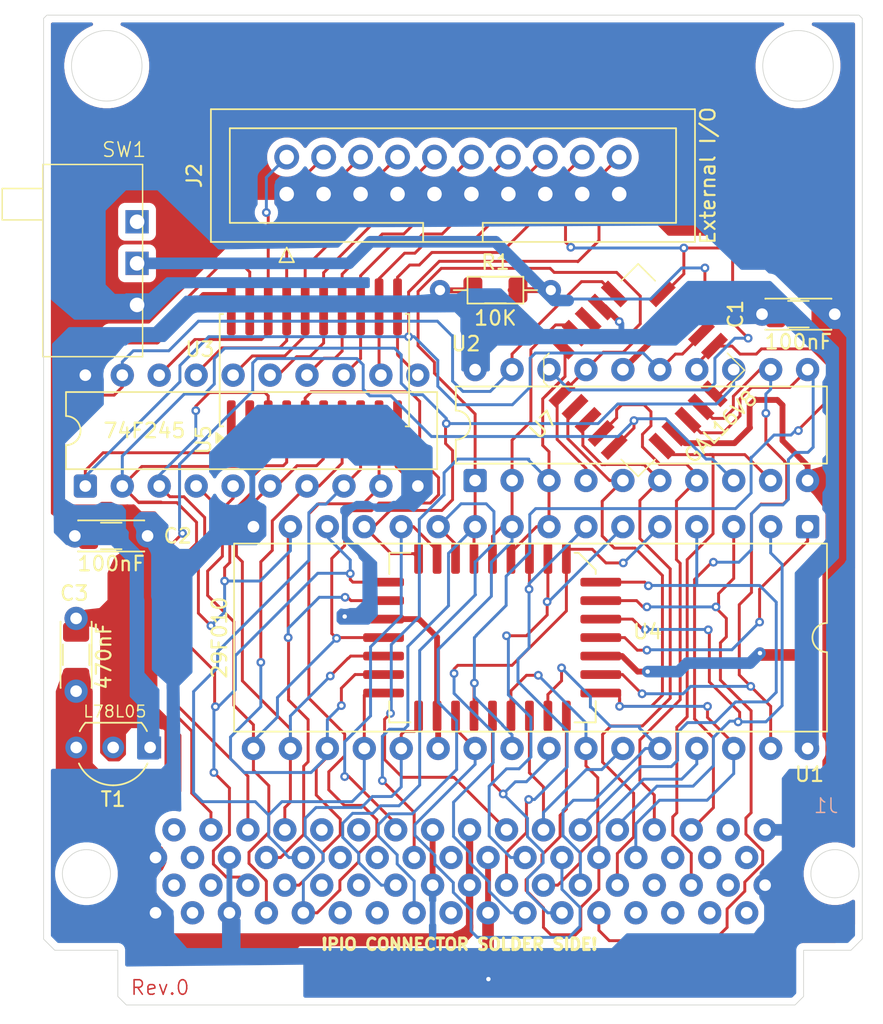
<source format=kicad_pcb>
(kicad_pcb
	(version 20241229)
	(generator "pcbnew")
	(generator_version "9.0")
	(general
		(thickness 1.6)
		(legacy_teardrops no)
	)
	(paper "A4")
	(layers
		(0 "F.Cu" signal)
		(2 "B.Cu" signal)
		(9 "F.Adhes" user "F.Adhesive")
		(11 "B.Adhes" user "B.Adhesive")
		(13 "F.Paste" user)
		(15 "B.Paste" user)
		(5 "F.SilkS" user "F.Silkscreen")
		(7 "B.SilkS" user "B.Silkscreen")
		(1 "F.Mask" user)
		(3 "B.Mask" user)
		(17 "Dwgs.User" user "User.Drawings")
		(19 "Cmts.User" user "User.Comments")
		(21 "Eco1.User" user "User.Eco1")
		(23 "Eco2.User" user "User.Eco2")
		(25 "Edge.Cuts" user)
		(27 "Margin" user)
		(31 "F.CrtYd" user "F.Courtyard")
		(29 "B.CrtYd" user "B.Courtyard")
		(35 "F.Fab" user)
		(33 "B.Fab" user)
		(39 "User.1" user)
		(41 "User.2" user)
		(43 "User.3" user)
		(45 "User.4" user)
	)
	(setup
		(pad_to_mask_clearance 0)
		(allow_soldermask_bridges_in_footprints no)
		(tenting front back)
		(pcbplotparams
			(layerselection 0x00000000_00000000_55555555_5755f5ff)
			(plot_on_all_layers_selection 0x00000000_00000000_00000000_00000000)
			(disableapertmacros no)
			(usegerberextensions no)
			(usegerberattributes yes)
			(usegerberadvancedattributes yes)
			(creategerberjobfile yes)
			(dashed_line_dash_ratio 12.000000)
			(dashed_line_gap_ratio 3.000000)
			(svgprecision 4)
			(plotframeref no)
			(mode 1)
			(useauxorigin no)
			(hpglpennumber 1)
			(hpglpenspeed 20)
			(hpglpendiameter 15.000000)
			(pdf_front_fp_property_popups yes)
			(pdf_back_fp_property_popups yes)
			(pdf_metadata yes)
			(pdf_single_document no)
			(dxfpolygonmode yes)
			(dxfimperialunits yes)
			(dxfusepcbnewfont yes)
			(psnegative no)
			(psa4output no)
			(plot_black_and_white yes)
			(sketchpadsonfab no)
			(plotpadnumbers no)
			(hidednponfab no)
			(sketchdnponfab yes)
			(crossoutdnponfab yes)
			(subtractmaskfromsilk no)
			(outputformat 1)
			(mirror no)
			(drillshape 0)
			(scaleselection 1)
			(outputdirectory "gerbers/")
		)
	)
	(net 0 "")
	(net 1 "unconnected-(J1-DREQ5-Pad3)")
	(net 2 "unconnected-(J1-D11-Pad45)")
	(net 3 "/D7")
	(net 4 "unconnected-(J1-BCLK-Pad33)")
	(net 5 "unconnected-(J1-LRCLK-Pad66)")
	(net 6 "unconnected-(J1-D15-Pad47)")
	(net 7 "unconnected-(J1-D8-Pad10)")
	(net 8 "unconnected-(J1-NC-Pad31)")
	(net 9 "unconnected-(J1-NC-Pad65)")
	(net 10 "unconnected-(J1-~{DACK5}-Pad36)")
	(net 11 "unconnected-(J1-SYSCK-Pad32)")
	(net 12 "unconnected-(J1-D9-Pad44)")
	(net 13 "unconnected-(J1-D14-Pad13)")
	(net 14 "unconnected-(J1-~{IRQ10}-Pad37)")
	(net 15 "unconnected-(J1-+3.5V-Pad51)")
	(net 16 "unconnected-(J1-D12-Pad12)")
	(net 17 "unconnected-(J1-~{RESET}-Pad2)")
	(net 18 "unconnected-(J1-SDIN-Pad67)")
	(net 19 "unconnected-(J1-A21-Pad62)")
	(net 20 "unconnected-(J1-A19-Pad61)")
	(net 21 "unconnected-(J1-A22-Pad29)")
	(net 22 "unconnected-(J1-D13-Pad46)")
	(net 23 "unconnected-(J1-+3.5V-Pad17)")
	(net 24 "/A0")
	(net 25 "unconnected-(J1-~{SWR1}-Pad38)")
	(net 26 "unconnected-(J1-A23-Pad63)")
	(net 27 "unconnected-(J1-D10-Pad11)")
	(net 28 "/XCVR_B0")
	(net 29 "/XCVR_B1")
	(net 30 "/XCVR_B2")
	(net 31 "/XCVR_B3")
	(net 32 "/XCVR_B4")
	(net 33 "/EXT_STROBE")
	(net 34 "/XCVR_B6")
	(net 35 "/A1")
	(net 36 "/XCVR_B5")
	(net 37 "/XCVR_B7")
	(net 38 "/EXT_ACK")
	(net 39 "/~{XCVR_EN}")
	(net 40 "/A2")
	(net 41 "/A5")
	(net 42 "/A3")
	(net 43 "/A4")
	(net 44 "/UNK1")
	(net 45 "/A18")
	(net 46 "/A17")
	(net 47 "/A20")
	(net 48 "/~{CS0}")
	(net 49 "/~{SWR0}")
	(net 50 "/~{SRD}")
	(net 51 "/~{EEPROM_WR}")
	(net 52 "/D0")
	(net 53 "/~{EEPROM_OE}")
	(net 54 "VCC")
	(net 55 "/SWITCH")
	(net 56 "GND")
	(net 57 "/D1")
	(net 58 "/D2")
	(net 59 "/D3")
	(net 60 "/D4")
	(net 61 "/D5")
	(net 62 "unconnected-(SW1-A-Pad1)")
	(net 63 "/A6")
	(net 64 "/D6")
	(net 65 "+7.5V")
	(net 66 "/A7")
	(net 67 "/A9")
	(net 68 "/A8")
	(net 69 "/A10")
	(net 70 "/A11")
	(net 71 "/A12")
	(net 72 "/A13")
	(net 73 "/ROM_P1")
	(net 74 "/A14")
	(net 75 "/A15")
	(net 76 "/A16")
	(footprint "PR_Footprints:C_Disc_1206_P5.00mm" (layer "F.Cu") (at 91.734 92.329))
	(footprint "PR_Footprints:PLCC-32" (layer "F.Cu") (at 121.035093 99.1616 -90))
	(footprint "Connector_IDC:IDC-Header_2x10_P2.54mm_Vertical" (layer "F.Cu") (at 106.299 68.834 90))
	(footprint "PR_Footprints:C_Disc_1206_P5.00mm" (layer "F.Cu") (at 91.821 102.997 90))
	(footprint "PR_Footprints:PLCC-20" (layer "F.Cu") (at 130.556 81.026 45))
	(footprint "Package_DIP:DIP-20_W7.62mm" (layer "F.Cu") (at 92.456 88.9 90))
	(footprint "PR_Footprints:SOP-20" (layer "F.Cu") (at 108.204 80.941 90))
	(footprint "PR_Footprints:C_Disc_1206_P5.00mm" (layer "F.Cu") (at 138.978 77.089))
	(footprint "Package_TO_SOT_THT:TO-92L_Inline_Wide" (layer "F.Cu") (at 96.911 106.865 180))
	(footprint "PR_Footprints:R_Axial_DIN0204_L3.6mm_D1.6mm_P7.62mm_Horizontal" (layer "F.Cu") (at 116.84 75.438))
	(footprint "Package_DIP:DIP-20_W7.62mm" (layer "F.Cu") (at 119.253 88.519 90))
	(footprint "PR_Footprints:SPDT_Switch" (layer "F.Cu") (at 93.1418 73.9648))
	(footprint "Package_DIP:DIP-32_W15.24mm" (layer "F.Cu") (at 142.113 91.694 -90))
	(footprint "PR_Footprints:PIO_Connector" (layer "B.Cu") (at 118.872 114.803 180))
	(gr_poly
		(pts
			(xy 103.296055 61.578133) (xy 103.295213 61.578382) (xy 103.294382 61.578575) (xy 103.293563 61.578711)
			(xy 103.292756 61.57879) (xy 103.291961 61.578813) (xy 103.291177 61.578779) (xy 103.290405 61.578688)
			(xy 103.289645 61.57854) (xy 103.288897 61.578335) (xy 103.288161 61.578074) (xy 103.287436 61.577756)
			(xy 103.286724 61.577381) (xy 103.286022 61.57695) (xy 103.285333 61.576462) (xy 103.284656 61.575917)
			(xy 103.28399 61.575315) (xy 103.285975 61.574323)
		)
		(stroke
			(width 0)
			(type solid)
		)
		(fill yes)
		(layer "F.Cu")
		(uuid "00bcb21b-45ef-4317-945a-261dee7f17e3")
	)
	(gr_line
		(start 101.03998 60.864314)
		(end 100.964137 60.838755)
		(stroke
			(width 0.007937)
			(type solid)
			(color 122 182 80 1)
		)
		(layer "F.Cu")
		(uuid "0489255a-8fbf-47bf-8120-19c0b16c7835")
	)
	(gr_line
		(start 100.697238 60.754974)
		(end 100.670568 60.745529)
		(stroke
			(width 0.007937)
			(type solid)
			(color 122 182 80 1)
		)
		(layer "F.Cu")
		(uuid "04d3296c-8b55-4213-b854-68ee6d71c7dc")
	)
	(gr_line
		(start 100.841225 60.799424)
		(end 100.826501 60.796289)
		(stroke
			(width 0.007937)
			(type solid)
			(color 54 167 110 1)
		)
		(layer "F.Cu")
		(uuid "058d7517-b934-435d-8226-8b1bd7a34981")
	)
	(gr_line
		(start 103.540133 61.655523)
		(end 103.532037 61.652706)
		(stroke
			(width 0.007937)
			(type solid)
			(color 73 168 100 1)
		)
		(layer "F.Cu")
		(uuid "072182a4-9b2a-48a3-bd09-794aa458699e")
	)
	(gr_line
		(start 101.89592 61.133474)
		(end 101.894769 61.134625)
		(stroke
			(width 0.007937)
			(type solid)
			(color 127 165 52 1)
		)
		(layer "F.Cu")
		(uuid "07b89b68-a6b4-4c5d-8bce-fd51e38713f2")
	)
	(gr_line
		(start 103.571725 61.666597)
		(end 103.562795 61.663303)
		(stroke
			(width 0.007937)
			(type solid)
			(color 122 182 80 1)
		)
		(layer "F.Cu")
		(uuid "07ff6185-2369-4e35-b34f-274d1914fa9b")
	)
	(gr_line
		(start 103.385193 61.607065)
		(end 103.36535 61.599802)
		(stroke
			(width 0.007937)
			(type solid)
			(color 122 182 80 1)
		)
		(layer "F.Cu")
		(uuid "083b993d-1eeb-4826-a12e-b7f197ab56c3")
	)
	(gr_curve
		(pts
			(xy 102.057488 60.900786) (xy 102.057408 60.894198) (xy 102.059829 60.884554) (xy 102.057488 60.875664)
		)
		(stroke
			(width 0.007937)
			(type solid)
			(color 111 85 100 1)
		)
		(layer "F.Cu")
		(uuid "0984da8b-5278-4e30-88ea-9613f813459c")
	)
	(gr_line
		(start 101.89592 61.133474)
		(end 101.85524 61.121886)
		(stroke
			(width 0.007937)
			(type solid)
			(color 54 167 110 1)
		)
		(layer "F.Cu")
		(uuid "09de9327-c976-4220-b694-395260de882f")
	)
	(gr_line
		(start 100.360014 60.646151)
		(end 100.357712 60.646032)
		(stroke
			(width 0.007937)
			(type solid)
			(color 122 182 80 1)
		)
		(layer "F.Cu")
		(uuid "0a1e9b56-ed52-4081-b450-9bc2e56bf62e")
	)
	(gr_line
		(start 101.894769 61.134625)
		(end 101.906675 61.138594)
		(stroke
			(width 0.007937)
			(type solid)
			(color 195 180 22 1)
		)
		(layer "F.Cu")
		(uuid "0aedf6fb-6fb1-416e-ac0e-90deb28a70aa")
	)
	(gr_line
		(start 103.584623 61.67124)
		(end 103.606451 61.677193)
		(stroke
			(width 0.007937)
			(type solid)
			(color 195 180 22 1)
		)
		(layer "F.Cu")
		(uuid "0af3c0e8-6a71-4150-9e49-4e74935397bd")
	)
	(gr_poly
		(pts
			(xy 103.727498 61.714896) (xy 103.726772 61.71514) (xy 103.726051 61.715338) (xy 103.725337 61.71549)
			(xy 103.724628 61.715595) (xy 103.723925 61.715654) (xy 103.723229 61.715666) (xy 103.722538 61.715631)
			(xy 103.721853 61.71555) (xy 103.721173 61.715423) (xy 103.7205 61.715249) (xy 103.719833 61.715029)
			(xy 103.719171 61.714762) (xy 103.718516 61.714448) (xy 103.717866 61.714088) (xy 103.717222 61.713682)
			(xy 103.716584 61.713229) (xy 103.71956 61.711919)
		)
		(stroke
			(width 0)
			(type solid)
		)
		(fill yes)
		(layer "F.Cu")
		(uuid "0baf3549-35cb-4912-bcfa-6f589de9d6ad")
	)
	(gr_line
		(start 103.606451 61.677193)
		(end 103.585615 61.669573)
		(stroke
			(width 0.007937)
			(type solid)
			(color 73 168 100 1)
		)
		(layer "F.Cu")
		(uuid "0c373892-9000-4f8b-9f1c-e533cc6903bf")
	)
	(gr_line
		(start 101.766102 61.091961)
		(end 101.756021 61.090135)
		(stroke
			(width 0.007937)
			(type solid)
			(color 54 167 110 1)
		)
		(layer "F.Cu")
		(uuid "0d7321b3-c402-49d4-81b3-9707fb6c55ca")
	)
	(gr_line
		(start 100.350131 60.645357)
		(end 100.314373 60.632419)
		(stroke
			(width 0.007937)
			(type solid)
			(color 122 182 80 1)
		)
		(layer "F.Cu")
		(uuid "1069d95f-f67f-42bf-b6e4-49e7e3845d4d")
	)
	(gr_poly
		(pts
			(xy 100.756726 60.772802) (xy 100.763442 60.774213) (xy 100.770091 60.775877) (xy 100.776673 60.777795)
			(xy 100.783188 60.779965) (xy 100.789636 60.782388) (xy 100.796017 60.785065) (xy 100.802331 60.787994)
			(xy 100.795531 60.786819) (xy 100.788802 60.785395) (xy 100.782146 60.783723) (xy 100.775562 60.781803)
			(xy 100.769049 60.779635) (xy 100.762609 60.777219) (xy 100.75624 60.774555) (xy 100.749943 60.771643)
		)
		(stroke
			(width 0)
			(type solid)
		)
		(fill yes)
		(layer "F.Cu")
		(uuid "10cdf303-fec9-4ad2-991b-d09e1034b032")
	)
	(gr_line
		(start 103.479451 61.636513)
		(end 103.458615 61.630877)
		(stroke
			(width 0.007937)
			(type solid)
			(color 54 167 110 1)
		)
		(layer "F.Cu")
		(uuid "12290ffb-e8fa-4d3a-9d60-f24f4f9db71b")
	)
	(gr_line
		(start 100.470147 60.681354)
		(end 100.466178 60.682346)
		(stroke
			(width 0.007937)
			(type solid)
			(color 127 165 52 1)
		)
		(layer "F.Cu")
		(uuid "124c17a6-dd1d-439a-a06b-40d117088932")
	)
	(gr_poly
		(pts
			(xy 101.996012 61.166381) (xy 101.998015 61.16646) (xy 101.999998 61.166611) (xy 102.00196 61.166834)
			(xy 102.003902 61.167129) (xy 102.005823 61.167497) (xy 102.007724 61.167937) (xy 102.009605 61.168449)
			(xy 102.011465 61.169033) (xy 102.013304 61.16969) (xy 102.015123 61.170418) (xy 102.016922 61.171219)
			(xy 102.0187 61.172093) (xy 102.020458 61.173038) (xy 102.022195 61.174056) (xy 102.023912 61.175146)
			(xy 102.020015 61.174558) (xy 102.016163 61.173824) (xy 102.012355 61.172945) (xy 102.008593 61.171921)
			(xy 102.004874 61.170752) (xy 102.001201 61.169438) (xy 101.997572 61.167979) (xy 101.993988 61.166375)
		)
		(stroke
			(width 0)
			(type solid)
		)
		(fill yes)
		(layer "F.Cu")
		(uuid "136b007d-71d8-4dbb-9ef7-e228e245d595")
	)
	(gr_line
		(start 105.469819 61.267459)
		(end 104.536131 60.97782)
		(stroke
			(width 0.007937)
			(type solid)
			(color 25 140 169 1)
		)
		(layer "F.Cu")
		(uuid "13bf84ef-5a40-488c-8092-963b84915446")
	)
	(gr_line
		(start 103.779925 61.731922)
		(end 103.768178 61.728945)
		(stroke
			(width 0.007937)
			(type solid)
			(color 73 168 100 1)
		)
		(layer "F.Cu")
		(uuid "156f1c45-3641-44c2-b3c5-fef414b21302")
	)
	(gr_line
		(start 101.756021 61.090135)
		(end 101.766102 61.091961)
		(stroke
			(width 0.007937)
			(type solid)
			(color 175 179 32 1)
		)
		(layer "F.Cu")
		(uuid "1694eb9c-cb66-4096-8ce1-66c185b0ab0f")
	)
	(gr_line
		(start 100.250873 60.613568)
		(end 100.23218 60.607774)
		(stroke
			(width 0.007937)
			(type solid)
			(color 73 168 100 1)
		)
		(layer "F.Cu")
		(uuid "1770da3e-1542-47c9-9669-9ac5a13bb06b")
	)
	(gr_line
		(start 100.826501 60.796289)
		(end 100.802331 60.787994)
		(stroke
			(width 0.007937)
			(type solid)
			(color 122 182 80 1)
		)
		(layer "F.Cu")
		(uuid "18baf0fd-e086-41ed-acc7-18dd659c682e")
	)
	(gr_line
		(start 102.058004 61.187211)
		(end 102.057488 60.900786)
		(stroke
			(width 0.007937)
			(type solid)
			(color 111 85 100 1)
		)
		(layer "F.Cu")
		(uuid "19ed30f3-e1c4-4b50-816b-d8871e3f4858")
	)
	(gr_line
		(start 103.727498 61.714896)
		(end 103.71956 61.711919)
		(stroke
			(width 0.007937)
			(type solid)
			(color 73 168 100 1)
		)
		(layer "F.Cu")
		(uuid "19ee8ac3-d02d-4068-82f2-b37f18a0b10d")
	)
	(gr_poly
		(pts
			(xy 103.637013 61.686307) (xy 103.64083 61.68702) (xy 103.644613 61.687865) (xy 103.648361 61.688841)
			(xy 103.652074 61.689949) (xy 103.655753 61.691188) (xy 103.659397 61.692558) (xy 103.663006 61.69406)
			(xy 103.661043 61.694028) (xy 103.659093 61.69393) (xy 103.657156 61.693767) (xy 103.655232 61.693539)
			(xy 103.653321 61.693246) (xy 103.651423 61.692888) (xy 103.649538 61.692465) (xy 103.647667 61.691977)
			(xy 103.645808 61.691423) (xy 103.643962 61.690804) (xy 103.642129 61.690121) (xy 103.640309 61.689372)
			(xy 103.638503 61.688558) (xy 103.636709 61.687679) (xy 103.634928 61.686735) (xy 103.633161 61.685726)
		)
		(stroke
			(width 0)
			(type solid)
		)
		(fill yes)
		(layer "F.Cu")
		(uuid "1d902126-e390-436a-821d-b121674c06b5")
	)
	(gr_line
		(start 103.585615 61.669573)
		(end 103.584623 61.67124)
		(stroke
			(width 0.007937)
			(type solid)
			(color 127 165 52 1)
		)
		(layer "F.Cu")
		(uuid "1f2565f2-9a4b-4ca8-842d-7036b2258e62")
	)
	(gr_poly
		(pts
			(xy 100.831434 60.796033) (xy 100.832385 60.796116) (xy 100.833323 60.796245) (xy 100.83425 60.796418)
			(xy 100.835164 60.796637) (xy 100.836066 60.7969) (xy 100.836956 60.797208) (xy 100.837834 60.797562)
			(xy 100.8387 60.79796) (xy 100.839553 60.798403) (xy 100.840395 60.798891) (xy 100.841225 60.799424)
			(xy 100.838248 60.800417) (xy 100.826501 60.796289) (xy 100.827512 60.796148) (xy 100.82851 60.796052)
			(xy 100.829497 60.796) (xy 100.830472 60.795994)
		)
		(stroke
			(width 0)
			(type solid)
		)
		(fill yes)
		(layer "F.Cu")
		(uuid "1f649d73-2916-4d59-acf5-7adf62fab87d")
	)
	(gr_line
		(start 103.768178 61.728945)
		(end 103.779925 61.731922)
		(stroke
			(width 0.007937)
			(type solid)
			(color 195 180 22 1)
		)
		(layer "F.Cu")
		(uuid "20ed37d6-a907-4afb-89d4-03186f5cdecf")
	)
	(gr_line
		(start 103.088688 60.526414)
		(end 103.087775 60.531375)
		(stroke
			(width 0.007937)
			(type solid)
			(color 111 85 100 1)
		)
		(layer "F.Cu")
		(uuid "215554dd-1f5c-400b-b184-fe5510034f46")
	)
	(gr_poly
		(pts
			(xy 103.271621 61.570324) (xy 103.272773 61.570394) (xy 103.273918 61.570503) (xy 103.275054 61.570652)
			(xy 103.276183 61.57084) (xy 103.277303 61.571069) (xy 103.278415 61.571336) (xy 103.279519 61.571644)
			(xy 103.280615 61.571991) (xy 103.281703 61.572378) (xy 103.282783 61.572805) (xy 103.283855 61.573271)
			(xy 103.284919 61.573777) (xy 103.285975 61.574323) (xy 103.28399 61.575315) (xy 103.282942 61.575203)
			(xy 103.281902 61.575064) (xy 103.280868 61.574899) (xy 103.279843 61.574708) (xy 103.278825 61.57449)
			(xy 103.277814 61.574246) (xy 103.27681 61.573975) (xy 103.275815 61.573678) (xy 103.274826 61.573355)
			(xy 103.273845 61.573005) (xy 103.272871 61.572629) (xy 103.271905 61.572227) (xy 103.270947 61.571798)
			(xy 103.269995 61.571343) (xy 103.269051 61.570862) (xy 103.268115 61.570354) (xy 103.269292 61.570304)
			(xy 103.27046 61.570295)
		)
		(stroke
			(width 0)
			(type solid)
		)
		(fill yes)
		(layer "F.Cu")
		(uuid "2222cb6d-3d5f-418d-802a-2a925aaa9a3b")
	)
	(gr_line
		(start 103.385193 61.607065)
		(end 103.398092 61.612026)
		(stroke
			(width 0.007937)
			(type solid)
			(color 175 179 32 1)
		)
		(layer "F.Cu")
		(uuid "269c34bd-8f8e-49de-b1d9-c0a462225fb5")
	)
	(gr_poly
		(pts
			(xy 101.896734 61.133531) (xy 101.897529 61.133624) (xy 101.898305 61.133751) (xy 101.899063 61.133913)
			(xy 101.899801 61.134111) (xy 101.90052 61.134343) (xy 101.901221 61.13461) (xy 101.901903 61.134913)
			(xy 101.902566 61.13525) (xy 101.903209 61.135623) (xy 101.903834 61.13603) (xy 101.90444 61.136473)
			(xy 101.905028 61.136951) (xy 101.905596 61.137463) (xy 101.906145 61.138011) (xy 101.906675 61.138594)
			(xy 101.905824 61.138597) (xy 101.904987 61.138566) (xy 101.904165 61.138503) (xy 101.903356 61.138405)
			(xy 101.902562 61.138274) (xy 101.901783 61.13811) (xy 101.901017 61.137912) (xy 101.900266 61.137681)
			(xy 101.899529 61.137416) (xy 101.898806 61.137118) (xy 101.898098 61.136786) (xy 101.897403 61.136421)
			(xy 101.896723 61.136022) (xy 101.896058 61.13559) (xy 101.895406 61.135124) (xy 101.894769 61.134625)
			(xy 101.89592 61.133474)
		)
		(stroke
			(width 0)
			(type solid)
		)
		(fill yes)
		(layer "F.Cu")
		(uuid "281c2de9-2f47-4dac-860e-823531ab058a")
	)
	(gr_line
		(start 103.36535 61.599802)
		(end 103.357412 61.597143)
		(stroke
			(width 0.007937)
			(type solid)
			(color 73 168 100 1)
		)
		(layer "F.Cu")
		(uuid "294ec5f4-8aa4-4fae-96dc-4e166d8327e4")
	)
	(gr_line
		(start 101.839206 61.115774)
		(end 101.85524 61.121885)
		(stroke
			(width 0.007937)
			(type solid)
			(color 122 182 80 1)
		)
		(layer "F.Cu")
		(uuid "29bf9e01-29ce-4339-8083-55a093bf53da")
	)
	(gr_line
		(start 103.684834 61.702315)
		(end 103.663006 61.694061)
		(stroke
			(width 0.007937)
			(type solid)
			(color 122 182 80 1)
		)
		(layer "F.Cu")
		(uuid "29fe78e4-3181-47c5-bb07-4ff0d5946f5d")
	)
	(gr_line
		(start 100.466178 60.682346)
		(end 100.491975 60.688974)
		(stroke
			(width 0.007937)
			(type solid)
			(color 195 180 22 1)
		)
		(layer "F.Cu")
		(uuid "2a3d7ce2-414d-4ae6-8dac-00e9c3f1c5d5")
	)
	(gr_line
		(start 100.529678 60.70219)
		(end 100.540751 60.704016)
		(stroke
			(width 0.007937)
			(type solid)
			(color 175 179 32 1)
		)
		(layer "F.Cu")
		(uuid "2a89c027-0d5f-4c8b-8d43-2d83b715f64a")
	)
	(gr_line
		(start 101.839206 61.115774)
		(end 101.806623 61.106685)
		(stroke
			(width 0.007937)
			(type solid)
			(color 54 167 110 1)
		)
		(layer "F.Cu")
		(uuid "2b903f3c-5730-475b-9abf-929efc5ecb9d")
	)
	(gr_line
		(start 100.611871 60.72763)
		(end 100.576311 60.717073)
		(stroke
			(width 0.007937)
			(type solid)
			(color 54 167 110 1)
		)
		(layer "F.Cu")
		(uuid "2cd2fa77-5a3f-4f57-847b-673cdb050ea5")
	)
	(gr_line
		(start 103.758256 61.726128)
		(end 103.768178 61.728945)
		(stroke
			(width 0.007937)
			(type solid)
			(color 175 179 32 1)
		)
		(layer "F.Cu")
		(uuid "2d5a5b0e-263b-432d-b4b0-fe000043d099")
	)
	(gr_line
		(start 102.057488 60.500617)
		(end 102.057567 60.203041)
		(stroke
			(width 0.007937)
			(type solid)
			(color 111 85 100 1)
		)
		(layer "F.Cu")
		(uuid "2eaf9619-f752-453e-b5d2-e52c6420805d")
	)
	(gr_poly
		(pts
			(xy 103.36535 61.599802) (xy 103.36465 61.599982) (xy 103.363962 61.600124) (xy 103.363284 61.600228)
			(xy 103.362616 61.600294) (xy 103.361959 61.600322) (xy 103.361313 61.600313) (xy 103.360677 61.600265)
			(xy 103.360051 61.60018) (xy 103.359436 61.600057) (xy 103.358832 61.599896) (xy 103.358238 61.599697)
			(xy 103.357655 61.59946) (xy 103.357082 61.599186) (xy 103.35652 61.598874) (xy 103.355969 61.598524)
			(xy 103.355428 61.598136) (xy 103.357412 61.597143)
		)
		(stroke
			(width 0)
			(type solid)
		)
		(fill yes)
		(layer "F.Cu")
		(uuid "3147e5af-d8c6-4c44-986b-773cd0d033f5")
	)
	(gr_line
		(start 101.693514 61.070292)
		(end 101.710381 61.074935)
		(stroke
			(width 0.007937)
			(type solid)
			(color 175 179 32 1)
		)
		(layer "F.Cu")
		(uuid "3395e83a-cef0-438d-9a01-1cc251794a0a")
	)
	(gr_line
		(start 103.997532 60.81018)
		(end 103.995587 60.806767)
		(stroke
			(width 0.007937)
			(type solid)
			(color 25 140 169 1)
		)
		(layer "F.Cu")
		(uuid "345ab2b9-19c5-49da-91d7-6ccab78076b8")
	)
	(gr_poly
		(pts
			(xy 103.401068 61.611034) (xy 103.419086 61.616828) (xy 103.418661 61.617211) (xy 103.41845 61.617384)
			(xy 103.418239 61.617544) (xy 103.41803 61.617693) (xy 103.41782 61.617829) (xy 103.417612 61.617954)
			(xy 103.417405 61.618066) (xy 103.417198 61.618166) (xy 103.416992 61.618254) (xy 103.416787 61.618329)
			(xy 103.416582 61.618393) (xy 103.416379 61.618444) (xy 103.416176 61.618483) (xy 103.415974 61.61851)
			(xy 103.415772 61.618525) (xy 103.415572 61.618527) (xy 103.415372 61.618518) (xy 103.415173 61.618496)
			(xy 103.414975 61.618462) (xy 103.414777 61.618416) (xy 103.414581 61.618358) (xy 103.414385 61.618287)
			(xy 103.41419 61.618205) (xy 103.413995 61.61811) (xy 103.413802 61.618003) (xy 103.413609 61.617884)
			(xy 103.413417 61.617753) (xy 103.413226 61.617609) (xy 103.413035 61.617454) (xy 103.412846 61.617286)
			(xy 103.412657 61.617106) (xy 103.412529 61.616989) (xy 103.412397 61.616877) (xy 103.41226 61.616772)
			(xy 103.412119 61.616672) (xy 103.411973 61.616579) (xy 103.411824 61.616493) (xy 103.41167 61.616412)
			(xy 103.411513 61.616339) (xy 103.411353 61.616271) (xy 103.41119 61.616211) (xy 103.411023 61.616157)
			(xy 103.410855 61.616111) (xy 103.410683 61.616071) (xy 103.41051 61.616038) (xy 103.410334 61.616013)
			(xy 103.410156 61.615994) (xy 103.409347 61.615923) (xy 103.408544 61.615828) (xy 103.407749 61.61571)
			(xy 103.406962 61.615568) (xy 103.406182 61.615402) (xy 103.405409 61.615213) (xy 103.404644 61.615)
			(xy 103.403886 61.614764) (xy 103.403136 61.614504) (xy 103.402393 61.614221) (xy 103.401657 61.613914)
			(xy 103.400929 61.613583) (xy 103.400209 61.613229) (xy 103.399496 61.612852) (xy 103.39879 61.61245)
			(xy 103.398092 61.612026) (xy 103.401068 61.611034)
		)
		(stroke
			(width 0)
			(type solid)
		)
		(fill yes)
		(layer "F.Cu")
		(uuid "34e486b4-0d58-42fc-8aa3-7176a7761266")
	)
	(gr_line
		(start 103.716584 61.713229)
		(end 103.727498 61.714896)
		(stroke
			(width 0.007937)
			(type solid)
			(color 195 180 22 1)
		)
		(layer "F.Cu")
		(uuid "35126661-f99c-46dc-9b4e-934a96c72212")
	)
	(gr_line
		(start 103.086664 62.085894)
		(end 103.089363 62.099031)
		(stroke
			(width 0.007937)
			(type solid)
			(color 233 97 22 1)
		)
		(layer "F.Cu")
		(uuid "36845a74-87b9-435a-84ee-255ee64e7f92")
	)
	(gr_line
		(start 103.663006 61.69406)
		(end 103.633161 61.685726)
		(stroke
			(width 0.007937)
			(type solid)
			(color 54 167 110 1)
		)
		(layer "F.Cu")
		(uuid "36d60761-a46a-4d20-b3aa-3e40a87cdcf1")
	)
	(gr_curve
		(pts
			(xy 103.086704 61.117401) (xy 103.086704 61.119504) (xy 103.087577 61.120536) (xy 103.087696 61.122719)
		)
		(stroke
			(width 0.007937)
			(type solid)
			(color 111 85 100 1)
		)
		(layer "F.Cu")
		(uuid "37144819-2629-4fe1-8b02-418ceb8c066c")
	)
	(gr_poly
		(pts
			(xy 100.274602 60.619823) (xy 100.275556 60.619871) (xy 100.276505 60.619945) (xy 100.277448 60.620045)
			(xy 100.278386 60.620172) (xy 100.279319 60.620325) (xy 100.280247 60.620504) (xy 100.281169 60.62071)
			(xy 100.282086 60.620942) (xy 100.282998 60.6212) (xy 100.283904 60.621485) (xy 100.284805 60.621796)
			(xy 100.285701 60.622134) (xy 100.286592 60.622497) (xy 100.281631 60.623807) (xy 100.271709 60.619838)
			(xy 100.272679 60.619807) (xy 100.273643 60.619802)
		)
		(stroke
			(width 0)
			(type solid)
		)
		(fill yes)
		(layer "F.Cu")
		(uuid "387089b4-e8e1-44ed-a062-f588fd54f037")
	)
	(gr_line
		(start 101.766102 61.091961)
		(end 101.806623 61.106685)
		(stroke
			(width 0.007937)
			(type solid)
			(color 122 182 80 1)
		)
		(layer "F.Cu")
		(uuid "3924f462-f55e-417b-9a4d-e540af248e9f")
	)
	(gr_line
		(start 100.357712 60.646032)
		(end 100.350131 60.645357)
		(stroke
			(width 0.007937)
			(type solid)
			(color 122 182 80 1)
		)
		(layer "F.Cu")
		(uuid "393b819f-6573-4cc2-af09-7783a3716265")
	)
	(gr_line
		(start 103.401068 61.611034)
		(end 103.385193 61.607065)
		(stroke
			(width 0.007937)
			(type solid)
			(color 54 167 110 1)
		)
		(layer "F.Cu")
		(uuid "3bd8a432-ee0b-48c0-b92b-bd85216deb38")
	)
	(gr_line
		(start 101.958428 61.15431)
		(end 101.993988 61.166375)
		(stroke
			(width 0.007937)
			(type solid)
			(color 122 182 80 1)
		)
		(layer "F.Cu")
		(uuid "3e06f77b-917e-462d-80be-d8d47aa75254")
	)
	(gr_line
		(start 103.268115 61.570354)
		(end 103.213862 61.552535)
		(stroke
			(width 0.007937)
			(type solid)
			(color 122 182 80 1)
		)
		(layer "F.Cu")
		(uuid "3e76db62-565a-4297-acee-dbeb3cb14f12")
	)
	(gr_line
		(start 103.296055 61.578133)
		(end 103.285975 61.574323)
		(stroke
			(width 0.007937)
			(type solid)
			(color 73 168 100 1)
		)
		(layer "F.Cu")
		(uuid "3ed0e2cc-e019-4c52-a5f2-e0727d10c3ba")
	)
	(gr_line
		(start 100.838248 60.800417)
		(end 100.856107 60.80506)
		(stroke
			(width 0.007937)
			(type solid)
			(color 195 180 22 1)
		)
		(layer "F.Cu")
		(uuid "407bce61-bc6f-4f02-a473-98c4b226561c")
	)
	(gr_poly
		(pts
			(xy 100.915639 60.822919) (xy 100.914816 60.823155) (xy 100.913996 60.823345) (xy 100.913178 60.82349)
			(xy 100.912362 60.823589) (xy 100.911548 60.823643) (xy 100.910737 60.823652) (xy 100.909927 60.823616)
			(xy 100.90912 60.823534) (xy 100.908315 60.823408) (xy 100.907512 60.823236) (xy 100.906711 60.823018)
			(xy 100.905913 60.822756) (xy 100.905116 60.822448) (xy 100.904322 60.822095) (xy 100.90353 60.821696)
			(xy 100.90274 60.821252) (xy 100.906709 60.82026)
		)
		(stroke
			(width 0)
			(type solid)
		)
		(fill yes)
		(layer "F.Cu")
		(uuid "40c387d5-e360-4169-bf1b-4ff3792e91d0")
	)
	(gr_line
		(start 100.802331 60.787994)
		(end 100.749943 60.771643)
		(stroke
			(width 0.007937)
			(type solid)
			(color 73 168 100 1)
		)
		(layer "F.Cu")
		(uuid "41308cc6-b706-4db1-893f-fbde4a7ba707")
	)
	(gr_line
		(start 103.524099 61.651714)
		(end 103.528068 61.653698)
		(stroke
			(width 0.007937)
			(type solid)
			(color 175 179 32 1)
		)
		(layer "F.Cu")
		(uuid "4372fbe4-430e-4603-9053-18d8e706bd0e")
	)
	(gr_line
		(start 102.057567 60.203041)
		(end 102.057487 59.944)
		(stroke
			(width 0.007937)
			(type solid)
			(color 136 55 110 1)
		)
		(layer "F.Cu")
		(uuid "45ff6549-90e0-4f31-9723-2a56344ba588")
	)
	(gr_line
		(start 100.915639 60.82292)
		(end 100.906709 60.820261)
		(stroke
			(width 0.007937)
			(type solid)
			(color 73 168 100 1)
		)
		(layer "F.Cu")
		(uuid "48108857-5b1c-4bd9-85d1-2e354fae8418")
	)
	(gr_line
		(start 100.896628 60.819109)
		(end 100.90274 60.821252)
		(stroke
			(width 0.007937)
			(type solid)
			(color 175 179 32 1)
		)
		(layer "F.Cu")
		(uuid "4b195261-d44e-47ba-a7ca-93fc48576de8")
	)
	(gr_line
		(start 100.964137 60.838755)
		(end 100.940443 60.831175)
		(stroke
			(width 0.007937)
			(type solid)
			(color 54 167 110 1)
		)
		(layer "F.Cu")
		(uuid "4ca1ce54-14ab-4738-9f04-e05f881c3401")
	)
	(gr_line
		(start 101.662796 60.082866)
		(end 101.661764 60.079096)
		(stroke
			(width 0.007937)
			(type solid)
			(color 25 140 169 1)
		)
		(layer "F.Cu")
		(uuid "4d9bdbc3-cecf-4d71-936c-0f11874a50a4")
	)
	(gr_poly
		(pts
			(xy 100.23218 60.607774) (xy 100.250873 60.613568) (xy 100.271709 60.619839) (xy 100.281631 60.623808)
			(xy 100.283554 60.624864) (xy 100.285494 60.625852) (xy 100.28745 60.626771) (xy 100.289422 60.62762)
			(xy 100.291411 60.6284) (xy 100.293416 60.629111) (xy 100.295438 60.629753) (xy 100.297476 60.630326)
			(xy 100.299531 60.63083) (xy 100.301602 60.631264) (xy 100.303689 60.63163) (xy 100.305793 60.631926)
			(xy 100.307913 60.632153) (xy 100.31005 60.632311) (xy 100.312203 60.6324) (xy 100.314373 60.63242)
			(xy 100.318885 60.634151) (xy 100.326349 60.636884) (xy 100.336764 60.64062) (xy 100.350131 60.645358)
			(xy 100.350663 60.645537) (xy 100.351188 60.645698) (xy 100.351704 60.645841) (xy 100.352213 60.645966)
			(xy 100.352714 60.646072) (xy 100.353207 60.64616) (xy 100.353692 60.646229) (xy 100.35417 60.646281)
			(xy 100.35464 60.646314) (xy 100.355102 60.646328) (xy 100.355556 60.646325) (xy 100.356003 60.646303)
			(xy 100.356442 60.646263) (xy 100.356873 60.646204) (xy 100.357296 60.646127) (xy 100.357712 60.646032)
			(xy 100.357853 60.646001) (xy 100.357996 60.645975) (xy 100.358139 60.645954) (xy 100.358283 60.645938)
			(xy 100.358428 60.645928) (xy 100.358573 60.645922) (xy 100.358718 60.645922) (xy 100.358863 60.645927)
			(xy 100.359009 60.645937) (xy 100.359154 60.645952) (xy 100.359299 60.645973) (xy 100.359443 60.645998)
			(xy 100.359587 60.646029) (xy 100.35973 60.646065) (xy 100.359872 60.646106) (xy 100.360014 60.646152)
			(xy 100.41637 60.666035) (xy 100.41755 60.666739) (xy 100.418741 60.667391) (xy 100.41994 60.667991)
			(xy 100.42115 60.66854) (xy 100.422369 60.669038) (xy 100.423597 60.669484) (xy 100.424836 60.669879)
			(xy 100.426083 60.670222) (xy 100.427341 60.670514) (xy 100.428608 60.670754) (xy 100.429885 60.670943)
			(xy 100.431171 60.67108) (xy 100.432467 60.671166) (xy 100.433772 60.671201) (xy 100.435087 60.671184)
			(xy 100.436412 60.671115) (xy 100.456256 60.678378) (xy 100.466178 60.682347) (xy 100.467688 60.68314)
			(xy 100.469211 60.683883) (xy 100.470749 60.684575) (xy 100.4723 60.685217) (xy 100.473864 60.685808)
			(xy 100.475442 60.686348) (xy 100.477034 60.686838) (xy 100.47864 60.687278) (xy 100.480259 60.687667)
			(xy 100.481892 60.688005) (xy 100.483538 60.688293) (xy 100.485198 60.688531) (xy 100.486872 60.688717)
			(xy 100.488559 60.688854) (xy 100.49026 60.688939) (xy 100.491975 60.688975) (xy 100.529678 60.702191)
			(xy 100.53034 60.702598) (xy 100.531005 60.702966) (xy 100.531675 60.703295) (xy 100.532349 60.703585)
			(xy 100.533027 60.703835) (xy 100.533709 60.704047) (xy 100.534395 60.70422) (xy 100.535085 60.704354)
			(xy 100.535779 60.704448) (xy 100.536477 60.704504) (xy 100.537179 60.70452) (xy 100.537886 60.704497)
			(xy 100.538596 60.704436) (xy 100.53931 60.704335) (xy 100.540028 60.704195) (xy 100.540751 60.704016)
			(xy 100.576311 60.717073) (xy 100.580599 60.719018) (xy 100.584933 60.720784) (xy 100.589311 60.722372)
			(xy 100.593733 60.72378) (xy 100.598201 60.725011) (xy 100.602713 60.726062) (xy 100.607269 60.726936)
			(xy 100.611871 60.72763) (xy 100.650725 60.740886) (xy 100.670568 60.745529) (xy 100.697238 60.754975)
			(xy 100.703115 60.756922) (xy 100.709397 60.758807) (xy 100.722772 60.762595) (xy 100.729664 60.764598)
			(xy 100.736557 60.76674) (xy 100.74335 60.769072) (xy 100.746678 60.770325) (xy 100.749943 60.771644)
			(xy 100.75624 60.774556) (xy 100.762609 60.77722) (xy 100.769049 60.779636) (xy 100.775562 60.781804)
			(xy 100.782146 60.783724) (xy 100.788802 60.785395) (xy 100.795531 60.786819) (xy 100.802331 60.787995)
			(xy 100.826501 60.79629) (xy 100.838248 60.800417) (xy 100.839295 60.800965) (xy 100.84035 60.801479)
			(xy 100.841415 60.801959) (xy 100.84249 60.802404) (xy 100.843573 60.802815) (xy 100.844666 60.803191)
			(xy 100.845769 60.803533) (xy 100.84688 60.80384) (xy 100.848001 60.804113) (xy 100.849131 60.804352)
			(xy 100.850271 60.804556) (xy 100.851419 60.804726) (xy 100.852577 60.804861) (xy 100.853745 60.804962)
			(xy 100.854921 60.805028) (xy 100.856107 60.80506) (xy 100.896628 60.81911) (xy 100.90274 60.821253)
			(xy 100.90353 60.821696) (xy 100.904322 60.822095) (xy 100.905116 60.822448) (xy 100.905913 60.822756)
			(xy 100.906711 60.823018) (xy 100.907512 60.823236) (xy 100.908315 60.823408) (xy 100.90912 60.823535)
			(xy 100.909927 60.823616) (xy 100.910737 60.823653) (xy 100.911548 60.823644) (xy 100.912362 60.823589)
			(xy 100.913178 60.82349) (xy 100.913996 60.823345) (xy 100.914816 60.823155) (xy 100.915639 60.82292)
			(xy 100.917112 60.823673) (xy 100.918596 60.824394) (xy 100.92009 60.825084) (xy 100.921594 60.825742)
			(xy 100.923109 60.826369) (xy 100.924633 60.826964) (xy 100.926168 60.827527) (xy 100.927714 60.828059)
			(xy 100.929269 60.828559) (xy 100.930835 60.829028) (xy 100.932411 60.829465) (xy 100.933997 60.82987)
			(xy 100.935593 60.830244) (xy 100.9372 60.830586) (xy 100.938816 60.830896) (xy 100.940443 60.831175)
			(xy 100.941792 60.832107) (xy 100.943158 60.832977) (xy 100.944541 60.833787) (xy 100.945943 60.834536)
			(xy 100.947362 60.835223) (xy 100.948798 60.83585) (xy 100.950253 60.836415) (xy 100.951725 60.836919)
			(xy 100.953214 60.837363) (xy 100.954722 60.837745) (xy 100.956247 60.838066) (xy 100.957789 60.838326)
			(xy 100.95935 60.838525) (xy 100.960928 60.838662) (xy 100.962523 60.838739) (xy 100.964137 60.838755)
			(xy 101.03998 60.864314) (xy 100.968096 60.889018) (xy 100.901272 60.912911) (xy 100.840223 60.935405)
			(xy 100.785662 60.955912) (xy 100.771585 60.961826) (xy 100.757959 60.968751) (xy 100.75137 60.972574)
			(xy 100.74496 60.976627) (xy 100.738752 60.980903) (xy 100.732767 60.985393) (xy 100.727029 60.990091)
			(xy 100.721558 60.994988) (xy 100.716378 61.000078) (xy 100.711511 61.005351) (xy 100.706978 61.010802)
			(xy 100.702802 61.016422) (xy 100.699006 61.022203) (xy 100.695611 61.028139) (xy 100.69264 61.034221)
			(xy 100.690115 61.040441) (xy 100.688057 61.046793) (xy 100.686491 61.053268) (xy 100.685436 61.059859)
			(xy 100.684917 61.066559) (xy 100.684955 61.073359) (xy 100.685572 61.080253) (xy 100.68679 61.087232)
			(xy 100.688632 61.094289) (xy 100.69112 61.101416) (xy 100.694276 61.108606) (xy 100.698122 61.115851)
			(xy 100.702681 61.123143) (xy 100.707975 61.130476) (xy 100.714026 61.13784) (xy 100.719532 61.143855)
			(xy 100.725323 61.149631) (xy 100.731387 61.15517) (xy 100.737709 61.160475) (xy 100.751073 61.170392)
			(xy 100.765304 61.1794) (xy 100.780291 61.187521) (xy 100.795923 61.194772) (xy 100.812089 61.201175)
			(xy 100.828678 61.206748) (xy 100.84558 61.21151) (xy 100.862682 61.215482) (xy 100.879874 61.218683)
			(xy 100.897046 61.221132) (xy 100.914085 61.222849) (xy 100.930882 61.223853) (xy 100.947325 61.224165)
			(xy 100.963303 61.223803) (xy 100.973236 61.223264) (xy 100.982965 61.222541) (xy 100.992522 61.221631)
			(xy 101.001942 61.220535) (xy 101.011256 61.219252) (xy 101.020498 61.21778) (xy 101.038898 61.214268)
			(xy 101.057406 61.209994) (xy 101.076286 61.20495) (xy 101.095803 61.199131) (xy 101.116219 61.192529)
			(xy 101.578698 61.038224) (xy 101.58013 61.037723) (xy 101.58155 61.037193) (xy 101.582958 61.036632)
			(xy 101.584353 61.036042) (xy 101.585736 61.035422) (xy 101.587107 61.034772) (xy 101.588465 61.034092)
			(xy 101.58981 61.033383) (xy 101.590359 61.0341) (xy 101.591279 61.034886) (xy 101.594151 61.03665)
			(xy 101.598268 61.038642) (xy 101.603474 61.04083) (xy 101.616522 61.045657) (xy 101.632033 61.05087)
			(xy 101.693514 61.070292) (xy 101.6945 61.070835) (xy 101.695496 61.071345) (xy 101.696501 61.071821)
			(xy 101.697515 61.072264) (xy 101.698537 61.072672) (xy 101.699569 61.073047) (xy 101.70061 61.073388)
			(xy 101.701659 61.073695) (xy 101.702718 61.073968) (xy 101.703786 61.074208) (xy 101.704863 61.074414)
			(xy 101.705948 61.074586) (xy 101.707043 61.074724) (xy 101.708147 61.074828) (xy 101.709259 61.074898)
			(xy 101.710381 61.074935) (xy 101.756021 61.090136) (xy 101.756633 61.090566) (xy 101.757247 61.090954)
			(xy 101.757863 61.0913) (xy 101.758482 61.091604) (xy 101.759103 61.091866) (xy 101.759727 61.092085)
			(xy 101.760354 61.092263) (xy 101.760982 61.092398) (xy 101.761614 61.092491) (xy 101.762247 61.092542)
			(xy 101.762884 61.09255) (xy 101.763522 61.092517) (xy 101.764164 61.092441) (xy 101.764807 61.092323)
			(xy 101.765453 61.092163) (xy 101.766102 61.091961) (xy 101.806623 61.106685) (xy 101.810553 61.108347)
			(xy 101.814523 61.109858) (xy 101.818535 61.111219) (xy 101.822587 61.11243) (xy 101.826681 61.113491)
			(xy 101.830815 61.114402) (xy 101.83499 61.115163) (xy 101.839206 61.115774) (xy 101.85524 61.121886)
			(xy 101.860051 61.123917) (xy 101.864899 61.125822) (xy 101.869785 61.127602) (xy 101.874707 61.129258)
			(xy 101.879667 61.130787) (xy 101.884664 61.132192) (xy 101.889698 61.133471) (xy 101.894769 61.134625)
			(xy 101.895406 61.135124) (xy 101.896058 61.13559) (xy 101.896723 61.136022) (xy 101.897403 61.136421)
			(xy 101.898098 61.136786) (xy 101.898806 61.137118) (xy 101.899529 61.137416) (xy 101.900266 61.137681)
			(xy 101.901017 61.137913) (xy 101.901783 61.13811) (xy 101.902562 61.138275) (xy 101.903356 61.138406)
			(xy 101.904165 61.138503) (xy 101.904987 61.138567) (xy 101.905824 61.138597) (xy 101.906675 61.138594)
			(xy 101.913779 61.139745) (xy 101.916432 61.14109) (xy 101.919104 61.142377) (xy 101.921794 61.143607)
			(xy 101.924502 61.144778) (xy 101.927229 61.145891) (xy 101.929974 61.146946) (xy 101.932737 61.147944)
			(xy 101.935518 61.148883) (xy 101.938318 61.149764) (xy 101.941136 61.150588) (xy 101.943972 61.151353)
			(xy 101.946826 61.15206) (xy 101.949699 61.15271) (xy 101.95259 61.153301) (xy 101.9555 61.153835)
			(xy 101.958428 61.15431) (xy 101.993988 61.166375) (xy 101.997572 61.167979) (xy 102.001201 61.169438)
			(xy 102.004875 61.170752) (xy 102.008593 61.171921) (xy 102.012356 61.172945) (xy 102.016163 61.173824)
			(xy 102.020015 61.174558) (xy 102.023912 61.175146) (xy 102.058004 61.187211) (xy 102.056535 61.47566)
			(xy 102.018664 61.487279) (xy 101.981804 61.498877) (xy 101.912841 61.519667) (xy 101.843384 61.538266)
			(xy 101.77348 61.554697) (xy 101.703176 61.568981) (xy 101.632519 61.581141) (xy 101.561558 61.591198)
			(xy 101.490339 61.599176) (xy 101.418911 61.605096) (xy 101.34732 61.60898) (xy 101.275615 61.61085)
			(xy 101.203842 61.61073) (xy 101.132049 61.60864) (xy 101.060284 61.604603) (xy 100.988594 61.59864)
			(xy 100.917027 61.590776) (xy 100.84563 61.58103) (xy 100.599161 61.543198) (xy 100.379103 61.507489)
			(xy 100.325435 61.498168) (xy 100.271808 61.488155) (xy 100.218283 61.477358) (xy 100.164925 61.465688)
			(xy 100.111795 61.453054) (xy 100.058957 61.439367) (xy 100.006474 61.424535) (xy 99.954408 61.408469)
			(xy 99.920527 61.396903) (xy 99.886611 61.3839) (xy 99.86977 61.376829) (xy 99.853075 61.369362)
			(xy 99.836579 61.361486) (xy 99.820333 61.353189) (xy 99.80439 61.344459) (xy 99.788801 61.335285)
			(xy 99.773617 61.325652) (xy 99.758892 61.31555) (xy 99.744676 61.304966) (xy 99.731022 61.293887)
			(xy 99.717982 61.282302) (xy 99.705607 61.270198) (xy 99.697747 61.261705) (xy 99.690543 61.253068)
			(xy 99.683978 61.244274) (xy 99.678034 61.235314) (xy 99.672696 61.226176) (xy 99.667945 61.216849)
			(xy 99.663765 61.207322) (xy 99.66014 61.197585) (xy 99.657051 61.187625) (xy 99.654483 61.177432)
			(xy 99.652418 61.166996) (xy 99.65084 61.156305) (xy 99.649731 61.145348) (xy 99.649074 61.134115)
			(xy 99.648854 61.122593) (xy 99.649052 61.110773) (xy 99.650672 61.085321) (xy 99.653775 61.060436)
			(xy 99.658307 61.03612) (xy 99.664211 61.012374) (xy 99.671433 60.989199) (xy 99.679917 60.966596)
			(xy 99.689608 60.944567) (xy 99.700451 60.923112) (xy 99.71239 60.902232) (xy 99.725369 60.881929)
			(xy 99.739334 60.862204) (xy 99.754228 60.843057) (xy 99.769998 60.82449) (xy 99.786586 60.806504)
			(xy 99.803939 60.7891) (xy 99.822 60.772278) (xy 99.860027 60.74039) (xy 99.900223 60.710846) (xy 99.942147 60.683657)
			(xy 99.985355 60.65883) (xy 100.029404 60.636375) (xy 100.073852 60.616301) (xy 100.118256 60.598615)
			(xy 100.162172 60.583326)
		)
		(stroke
			(width 0)
			(type solid)
		)
		(fill yes)
		(layer "F.Cu")
		(uuid "4da37875-3691-4cab-abe7-41bccb59489d")
	)
	(gr_poly
		(pts
			(xy 100.578663 60.717151) (xy 100.580999 60.717307) (xy 100.583317 60.717541) (xy 100.585617 60.717852)
			(xy 100.587901 60.71824) (xy 100.590166 60.718706) (xy 100.592415 60.71925) (xy 100.594646 60.719871)
			(xy 100.59686 60.720569) (xy 100.599056 60.721345) (xy 100.601236 60.722199) (xy 100.603397 60.72313)
			(xy 100.605542 60.724139) (xy 100.607669 60.725225) (xy 100.609778 60.726389) (xy 100.611871 60.72763)
			(xy 100.607269 60.726935) (xy 100.602713 60.726062) (xy 100.598201 60.72501) (xy 100.593733 60.72378)
			(xy 100.589311 60.722371) (xy 100.584933 60.720784) (xy 100.580599 60.719017) (xy 100.576311 60.717073)
		)
		(stroke
			(width 0)
			(type solid)
		)
		(fill yes)
		(layer "F.Cu")
		(uuid "4dc68129-acfd-47a1-9e62-345bfb0dad76")
	)
	(gr_poly
		(pts
			(xy 103.386241 61.607067) (xy 103.387282 61.607101) (xy 103.388315 61.607169) (xy 103.38934 61.607269)
			(xy 103.390359 61.607402) (xy 103.391369 61.607568) (xy 103.392373 61.607766) (xy 103.393369 61.607998)
			(xy 103.394357 61.608262) (xy 103.395338 61.60856) (xy 103.396312 61.60889) (xy 103.397278 61.609253)
			(xy 103.398237 61.609649) (xy 103.399188 61.610078) (xy 103.400132 61.61054) (xy 103.401068 61.611034)
			(xy 103.398092 61.612026) (xy 103.385193 61.607065)
		)
		(stroke
			(width 0)
			(type solid)
		)
		(fill yes)
		(layer "F.Cu")
		(uuid "4dfe3224-8b72-4399-9b87-ad6c5ab538d4")
	)
	(gr_line
		(start 101.906675 61.138594)
		(end 101.913779 61.139744)
		(stroke
			(width 0.007937)
			(type solid)
			(color 122 182 80 1)
		)
		(layer "F.Cu")
		(uuid "4f1dfcdc-201e-4c6f-9a55-bf0f0e890531")
	)
	(gr_poly
		(pts
			(xy 102.061893 57.269108) (xy 102.062119 57.269133) (xy 102.062344 57.269171) (xy 102.062567 57.269222)
			(xy 102.731277 57.445032) (xy 103.398409 57.622837) (xy 103.522198 57.6589) (xy 103.583902 57.678856)
			(xy 103.645324 57.70018) (xy 103.706347 57.722933) (xy 103.766855 57.747178) (xy 103.826732 57.772978)
			(xy 103.885861 57.800394) (xy 103.944126 57.82949) (xy 104.00141 57.860328) (xy 104.057598 57.89297)
			(xy 104.112572 57.927479) (xy 104.166216 57.963918) (xy 104.218415 58.002348) (xy 104.269051 58.042833)
			(xy 104.318008 58.085435) (xy 104.364142 58.129526) (xy 104.407429 58.175348) (xy 104.447873 58.22284)
			(xy 104.485476 58.271939) (xy 104.52024 58.322584) (xy 104.552168 58.374711) (xy 104.581263 58.42826)
			(xy 104.607528 58.483168) (xy 104.630966 58.539373) (xy 104.651578 58.596813) (xy 104.669367 58.655426)
			(xy 104.684337 58.715151) (xy 104.69649 58.775924) (xy 104.705829 58.837684) (xy 104.712356 58.900369)
			(xy 104.716074 58.963918) (xy 104.717418 59.02142) (xy 104.717284 59.078833) (xy 104.715672 59.136156)
			(xy 104.712581 59.193391) (xy 104.708012 59.250536) (xy 104.701965 59.307591) (xy 104.694439 59.364558)
			(xy 104.685435 59.421435) (xy 104.680069 59.450916) (xy 104.674064 59.480336) (xy 104.667401 59.509658)
			(xy 104.660059 59.538842) (xy 104.652018 59.56785) (xy 104.64326 59.596642) (xy 104.633765 59.625182)
			(xy 104.623513 59.653428) (xy 104.612484 59.681344) (xy 104.600658 59.708889) (xy 104.588017 59.736027)
			(xy 104.57454 59.762716) (xy 104.560207 59.78892) (xy 104.545 59.814599) (xy 104.528898 59.839715)
			(xy 104.511882 59.864228) (xy 104.488512 59.894762) (xy 104.464105 59.923199) (xy 104.438708 59.949594)
			(xy 104.41237 59.974) (xy 104.38514 59.996473) (xy 104.357067 60.017064) (xy 104.3282 60.03583) (xy 104.298588 60.052824)
			(xy 104.268279 60.0681) (xy 104.237323 60.081712) (xy 104.205768 60.093714) (xy 104.173662 60.10416)
			(xy 104.141056 60.113105) (xy 104.107997 60.120602) (xy 104.074534 60.126705) (xy 104.040717 60.131469)
			(xy 103.972213 60.137195) (xy 103.902877 60.138212) (xy 103.833098 60.134953) (xy 103.763267 60.12785)
			(xy 103.693775 60.117335) (xy 103.625013 60.103842) (xy 103.55737 60.087803) (xy 103.491238 60.069651)
			(xy 103.491081 60.069602) (xy 103.490927 60.069546) (xy 103.490777 60.069485) (xy 103.490629 60.069418)
			(xy 103.490486 60.069345) (xy 103.490346 60.069267) (xy 103.49021 60.069184) (xy 103.490077 60.069095)
			(xy 103.489949 60.069002) (xy 103.489825 60.068904) (xy 103.489705 60.068801) (xy 103.48959 60.068693)
			(xy 103.489479 60.068582) (xy 103.489373 60.068466) (xy 103.489271 60.068346) (xy 103.489175 60.068222)
			(xy 103.489083 60.068095) (xy 103.488996 60.067964) (xy 103.488915 60.067829) (xy 103.488839 60.067691)
			(xy 103.488768 60.06755) (xy 103.488703 60.067407) (xy 103.488643 60.06726) (xy 103.488589 60.067111)
			(xy 103.488541 60.066959) (xy 103.488499 60.066805) (xy 103.488464 60.066649) (xy 103.488434 60.066491)
			(xy 103.488411 60.066331) (xy 103.488394 60.066169) (xy 103.488384 60.066005) (xy 103.488381 60.065841)
			(xy 103.48842 58.305899) (xy 103.487887 58.29207) (xy 103.486318 58.278878) (xy 103.483761 58.266318)
			(xy 103.480263 58.254383) (xy 103.47587 58.243068) (xy 103.470629 58.232367) (xy 103.464588 58.222273)
			(xy 103.457793 58.21278) (xy 103.450292 58.203883) (xy 103.44213 58.195576) (xy 103.433356 58.187853)
			(xy 103.424016 58.180707) (xy 103.414156 58.174132) (xy 103.403825 58.168124) (xy 103.393069 58.162675)
			(xy 103.381934 58.15778) (xy 103.370468 58.153433) (xy 103.358718 58.149627) (xy 103.34673 58.146357)
			(xy 103.334552 58.143618) (xy 103.32223 58.141401) (xy 103.309812 58.139703) (xy 103.297344 58.138517)
			(xy 103.284874 58.137836) (xy 103.272447 58.137656) (xy 103.260112 58.137969) (xy 103.247915 58.138771)
			(xy 103.235903 58.140054) (xy 103.224124 58.141813) (xy 103.212623 58.144042) (xy 103.201447 58.146736)
			(xy 103.190645 58.149887) (xy 103.182812 58.152611) (xy 103.175107 58.155746) (xy 103.167559 58.159284)
			(xy 103.160197 58.163215) (xy 103.153049 58.16753) (xy 103.146145 58.17222) (xy 103.139513 58.177276)
			(xy 103.133182 58.182689) (xy 103.127181 58.18845) (xy 103.121539 58.19455) (xy 103.116283 58.200979)
			(xy 103.111444 58.207729) (xy 103.10705 58.214791) (xy 103.103129 58.222155) (xy 103.099711 58.229813)
			(xy 103.096824 58.237755) (xy 103.096151 58.23998) (xy 103.09552 58.242338) (xy 103.094933 58.244829)
			(xy 103.094388 58.247454) (xy 103.093886 58.250212) (xy 103.093427 58.253103) (xy 103.09301 58.256128)
			(xy 103.092637 58.259286) (xy 103.092018 58.266002) (xy 103.09157 58.273251) (xy 103.091294 58.281033)
			(xy 103.091188 58.289349) (xy 103.088688 60.523438) (xy 103.088688 60.526414) (xy 103.088634 60.526482)
			(xy 103.088582 60.526554) (xy 103.088483 60.526717) (xy 103.08839 60.526903) (xy 103.088303 60.527111)
			(xy 103.088223 60.527342) (xy 103.08815 60.527596) (xy 103.088083 60.527872) (xy 103.088023 60.52817)
			(xy 103.087969 60.528492) (xy 103.087922 60.528836) (xy 103.087881 60.529202) (xy 103.087847 60.529592)
			(xy 103.087819 60.530004) (xy 103.087798 60.530438) (xy 103.087783 60.530895) (xy 103.087775 60.531375)
			(xy 103.086704 61.117401) (xy 103.086713 61.117783) (xy 103.086741 61.118144) (xy 103.086785 61.118486)
			(xy 103.086842 61.118812) (xy 103.08691 61.119127) (xy 103.086986 61.119432) (xy 103.087155 61.12003)
			(xy 103.087329 61.120632) (xy 103.087413 61.120942) (xy 103.08749 61.121263) (xy 103.08756 61.121598)
			(xy 103.087619 61.12195) (xy 103.087665 61.122323) (xy 103.087696 61.122719) (xy 103.088648 61.460658)
			(xy 103.087771 61.467066) (xy 103.087083 61.473529) (xy 103.086585 61.480049) (xy 103.086277 61.486624)
			(xy 103.086158 61.493255) (xy 103.08623 61.499942) (xy 103.086491 61.506684) (xy 103.086942 61.513482)
			(xy 103.087981 61.63988) (xy 103.087666 61.770072) (xy 103.086664 62.085895) (xy 103.086674 62.086453)
			(xy 103.086706 62.087047) (xy 103.086759 62.087675) (xy 103.086832 62.088338) (xy 103.086927 62.089037)
			(xy 103.087043 62.08977) (xy 103.087339 62.091342) (xy 103.087718 62.093054) (xy 103.088182 62.094907)
			(xy 103.08873 62.096899) (xy 103.089363 62.099032) (xy 103.089112 62.09907) (xy 103.088873 62.099116)
			(xy 103.088644 62.09917) (xy 103.088425 62.099231) (xy 103.088218 62.099299) (xy 103.088021 62.099376)
			(xy 103.087834 62.099459) (xy 103.087658 62.09955) (xy 103.087493 62.099649) (xy 103.087339 62.099755)
			(xy 103.087195 62.099869) (xy 103.087061 62.09999) (xy 103.086938 62.100119) (xy 103.086826 62.100255)
			(xy 103.086725 62.100399) (xy 103.086634 62.10055) (xy 103.086554 62.100709) (xy 103.086484 62.100875)
			(xy 103.086425 62.101049) (xy 103.086377 62.10123) (xy 103.086339 62.101419) (xy 103.086312 62.101615)
			(xy 103.086295 62.101819) (xy 103.086289 62.102031) (xy 103.086294 62.10225) (xy 103.086309 62.102476)
			(xy 103.086335 62.10271) (xy 103.086372 62.102951) (xy 103.086419 62.1032) (xy 103.086477 62.103457)
			(xy 103.086545 62.103721) (xy 103.086624 62.103993) (xy 103.08671 62.104275) (xy 103.086788 62.104558)
			(xy 103.086858 62.10484) (xy 103.086922 62.105121) (xy 103.086977 62.105403) (xy 103.087026 62.105684)
			(xy 103.087067 62.105964) (xy 103.0871 62.106245) (xy 103.087126 62.106525) (xy 103.087145 62.106805)
			(xy 103.087156 62.107084) (xy 103.08716 62.107363) (xy 103.087156 62.107642) (xy 103.087145 62.107921)
			(xy 103.087126 62.108199) (xy 103.0871 62.108477) (xy 103.087067 62.108698) (xy 103.087022 62.108915)
			(xy 103.086965 62.109129) (xy 103.086897 62.109338) (xy 103.086818 62.109543) (xy 103.086728 62.109742)
			(xy 103.086627 62.109936) (xy 103.086515 62.110125) (xy 103.086394 62.110307) (xy 103.086263 62.110482)
			(xy 103.086122 62.11065) (xy 103.085972 62.11081) (xy 103.085813 62.110962) (xy 103.085646 62.111106)
			(xy 103.085469 62.111241) (xy 103.085285 62.111367) (xy 103.085094 62.111482) (xy 103.084898 62.111586)
			(xy 103.084697 62.111678) (xy 103.084492 62.111759) (xy 103.084284 62.111829) (xy 103.084072 62.111886)
			(xy 103.083859 62.111933) (xy 103.083643 62.111967) (xy 103.083425 62.111989) (xy 103.083207 62.112)
			(xy 103.082988 62.111999) (xy 103.082769 62.111985) (xy 103.08255 62.11196) (xy 103.082332 62.111922)
			(xy 103.082116 62.111873) (xy 103.081901 62.111811) (xy 102.060305 61.779706) (xy 102.060154 61.779652)
			(xy 102.060005 61.779592) (xy 102.05986 61.779527) (xy 102.059718 61.779457) (xy 102.05958 61.779382)
			(xy 102.059446 61.779301) (xy 102.059315 61.779216) (xy 102.059188 61.779126) (xy 102.059065 61.779032)
			(xy 102.058946 61.778933) (xy 102.058832 61.77883) (xy 102.058721 61.778723) (xy 102.058615 61.778612)
			(xy 102.058513 61.778497) (xy 102.058416 61.778378) (xy 102.058324 61.778256) (xy 102.058236 61.77813)
			(xy 102.058153 61.778001) (xy 102.058076 61.777869) (xy 102.058003 61.777734) (xy 102.057936 61.777596)
			(xy 102.057873 61.777456) (xy 102.057817 61.777313) (xy 102.057765 61.777168) (xy 102.05772 61.77702)
			(xy 102.05768 61.77687) (xy 102.057646 61.776718) (xy 102.057618 61.776565) (xy 102.057596 61.77641)
			(xy 102.05758 61.776253) (xy 102.05757 61.776095) (xy 102.057567 61.775935) (xy 102.057805 61.477327)
			(xy 102.057803 61.477246) (xy 102.057797 61.477166) (xy 102.057787 61.477086) (xy 102.057773 61.477008)
			(xy 102.057756 61.47693) (xy 102.057735 61.476853) (xy 102.05771 61.476778) (xy 102.057681 61.476704)
			(xy 102.057649 61.476631) (xy 102.057614 61.47656) (xy 102.057574 61.476491) (xy 102.057532 61.476423)
			(xy 102.057486 61.476358) (xy 102.057437 61.476295) (xy 102.057384 61.476234) (xy 102.057329 61.476176)
			(xy 102.057251 61.476099) (xy 102.057177 61.476029) (xy 102.057107 61.475964) (xy 102.057041 61.475905)
			(xy 102.056978 61.475853) (xy 102.056919 61.475806) (xy 102.056864 61.475765) (xy 102.056813 61.475729)
			(xy 102.056765 61.4757) (xy 102.056721 61.475677) (xy 102.056681 61.475659) (xy 102.056644 61.475648)
			(xy 102.056611 61.475642) (xy 102.056596 61.475641) (xy 102.056582 61.475642) (xy 102.056569 61.475644)
			(xy 102.056557 61.475648) (xy 102.056545 61.475653) (xy 102.056535 61.47566) (xy 102.058003 61.187211)
			(xy 102.058251 61.044009) (xy 102.057487 60.900787) (xy 102.0575 60.899516) (xy 102.05756 60.89818)
			(xy 102.057783 60.895332) (xy 102.05807 60.892287) (xy 102.058336 60.889089) (xy 102.058434 60.887447)
			(xy 102.058495 60.885783) (xy 102.058509 60.884103) (xy 102.058464 60.882414) (xy 102.05835 60.880719)
			(xy 102.058156 60.879026) (xy 102.057872 60.877339) (xy 102.057487 60.875665) (xy 102.057487 60.500617)
			(xy 102.057567 60.203041) (xy 102.057487 59.944) (xy 102.057606 57.273071) (xy 102.057613 57.272842)
			(xy 102.057632 57.272614) (xy 102.057664 57.27239) (xy 102.057709 57.272168) (xy 102.057766 57.27195)
			(xy 102.057835 57.271736) (xy 102.057917 57.271526) (xy 102.058009 57.271322) (xy 102.058114 57.271123)
			(xy 102.058229 57.27093) (xy 102.058355 57.270744) (xy 102.058492 57.270565) (xy 102.05864 57.270393)
			(xy 102.058797 57.27023) (xy 102.058965 57.270075) (xy 102.059142 57.269929) (xy 102.059327 57.269793)
			(xy 102.059519 57.26967) (xy 102.059717 57.269558) (xy 102.059919 57.269457) (xy 102.060127 57.269369)
			(xy 102.060339 57.269293) (xy 102.060554 57.269229) (xy 102.060773 57.269178) (xy 102.060994 57.269138)
			(xy 102.061217 57.269112) (xy 102.061441 57.269098) (xy 102.061667 57.269097)
		)
		(stroke
			(width 0)
			(type solid)
		)
		(fill yes)
		(layer "F.Cu")
		(uuid "4f305d1a-4b68-4d04-9b2d-aeb115079dc2")
	)
	(gr_line
		(start 100.281631 60.623807)
		(end 100.314373 60.632419)
		(stroke
			(width 0.007937)
			(type solid)
			(color 195 180 22 1)
		)
		(layer "F.Cu")
		(uuid "50eeeb89-b8a4-47e3-bf9d-6a3aba6d5a68")
	)
	(gr_line
		(start 101.906675 61.138594)
		(end 101.89592 61.133474)
		(stroke
			(width 0.007937)
			(type solid)
			(color 73 168 100 1)
		)
		(layer "F.Cu")
		(uuid "5275d82c-cd92-43ed-998d-142603a08e50")
	)
	(gr_line
		(start 103.552039 61.659492)
		(end 103.562795 61.663302)
		(stroke
			(width 0.007937)
			(type solid)
			(color 175 179 32 1)
		)
		(layer "F.Cu")
		(uuid "52c22f14-172b-4e10-aee0-e4574f39b358")
	)
	(gr_line
		(start 100.41637 60.666035)
		(end 100.436412 60.671115)
		(stroke
			(width 0.007937)
			(type solid)
			(color 195 180 22 1)
		)
		(layer "F.Cu")
		(uuid "55062850-623d-421c-92e4-8a1860710f2b")
	)
	(gr_line
		(start 103.585615 61.669573)
		(end 103.571725 61.666597)
		(stroke
			(width 0.007937)
			(type solid)
			(color 54 167 110 1)
		)
		(layer "F.Cu")
		(uuid "591bf977-ef1f-468c-8042-2d0d2e428e42")
	)
	(gr_line
		(start 100.841225 60.799424)
		(end 100.838248 60.800417)
		(stroke
			(width 0.007937)
			(type solid)
			(color 127 165 52 1)
		)
		(layer "F.Cu")
		(uuid "5a1a3e08-e4ac-48e1-b325-cc12a99953f2")
	)
	(gr_line
		(start 101.710381 61.074935)
		(end 101.756021 61.090136)
		(stroke
			(width 0.007937)
			(type solid)
			(color 122 182 80 1)
		)
		(layer "F.Cu")
		(uuid "5ad6fb15-b022-4759-8425-08e139a6f0f7")
	)
	(gr_line
		(start 103.357412 61.597143)
		(end 103.355428 61.598136)
		(stroke
			(width 0.007937)
			(type solid)
			(color 127 165 52 1)
		)
		(layer "F.Cu")
		(uuid "5b8bef39-af66-4c2e-b621-ce47b8e4b346")
	)
	(gr_line
		(start 103.419086 61.616828)
		(end 103.401068 61.611034)
		(stroke
			(width 0.007937)
			(type solid)
			(color 73 168 100 1)
		)
		(layer "F.Cu")
		(uuid "5cc52266-bd21-4406-a6ee-b3098443c132")
	)
	(gr_poly
		(pts
			(xy 101.760081 61.089704) (xy 101.760725 61.089762) (xy 101.761359 61.089858) (xy 101.761985 61.08999)
			(xy 101.762601 61.09016) (xy 101.763208 61.090367) (xy 101.763805 61.090612) (xy 101.764393 61.090893)
			(xy 101.764972 61.091212) (xy 101.765542 61.091568) (xy 101.766102 61.091961) (xy 101.765453 61.092163)
			(xy 101.764807 61.092323) (xy 101.764164 61.092441) (xy 101.763522 61.092516) (xy 101.762884 61.09255)
			(xy 101.762247 61.092541) (xy 101.761614 61.09249) (xy 101.760982 61.092397) (xy 101.760354 61.092262)
			(xy 101.759727 61.092085) (xy 101.759103 61.091865) (xy 101.758482 61.091604) (xy 101.757863 61.0913)
			(xy 101.757247 61.090954) (xy 101.756633 61.090566) (xy 101.756021 61.090135) (xy 101.756721 61.08997)
			(xy 101.757412 61.089843) (xy 101.758093 61.089752) (xy 101.758765 61.089699) (xy 101.759427 61.089683)
		)
		(stroke
			(width 0)
			(type solid)
		)
		(fill yes)
		(layer "F.Cu")
		(uuid "5d26a475-a9e6-4bff-94b2-53c02d534b95")
	)
	(gr_poly
		(pts
			(xy 101.808778 61.106791) (xy 101.810917 61.106957) (xy 101.813041 61.107186) (xy 101.815148 61.107477)
			(xy 101.81724 61.107829) (xy 101.819316 61.108242) (xy 101.821376 61.108718) (xy 101.823421 61.109255)
			(xy 101.825449 61.109854) (xy 101.827462 61.110514) (xy 101.829459 61.111237) (xy 101.83144 61.112021)
			(xy 101.833405 61.112866) (xy 101.835355 61.113774) (xy 101.837289 61.114743) (xy 101.839206 61.115774)
			(xy 101.83499 61.115163) (xy 101.830815 61.114402) (xy 101.826681 61.113491) (xy 101.822587 61.11243)
			(xy 101.818535 61.111219) (xy 101.814523 61.109858) (xy 101.810553 61.108347) (xy 101.806623 61.106685)
		)
		(stroke
			(width 0)
			(type solid)
		)
		(fill yes)
		(layer "F.Cu")
		(uuid "5e0dcc55-7ca5-454c-905e-1d1e4099a76e")
	)
	(gr_line
		(start 103.355428 61.598136)
		(end 103.36535 61.599802)
		(stroke
			(width 0.007937)
			(type solid)
			(color 195 180 22 1)
		)
		(layer "F.Cu")
		(uuid "6024ff50-79f6-40dc-b9cc-ccf3d84f4049")
	)
	(gr_line
		(start 103.398092 61.612026)
		(end 103.410156 61.615995)
		(stroke
			(width 0.007937)
			(type solid)
			(color 195 180 22 1)
		)
		(layer "F.Cu")
		(uuid "603dbeaf-8903-4446-b38e-fe72bde1767c")
	)
	(gr_line
		(start 100.286592 60.622498)
		(end 100.281631 60.623808)
		(stroke
			(width 0.007937)
			(type solid)
			(color 127 165 52 1)
		)
		(layer "F.Cu")
		(uuid "60956d62-c796-4be9-bb40-c3f1525526b3")
	)
	(gr_line
		(start 102.028873 60.198)
		(end 101.665455 60.085605)
		(stroke
			(width 0.007937)
			(type solid)
			(color 25 140 169 1)
		)
		(layer "F.Cu")
		(uuid "60cc44c9-6f30-4ed4-9703-6651aadb21d1")
	)
	(gr_line
		(start 103.285975 61.574323)
		(end 103.268115 61.570354)
		(stroke
			(width 0.007937)
			(type solid)
			(color 54 167 110 1)
		)
		(layer "F.Cu")
		(uuid "61525e21-554b-4400-8e1e-8a6bdd41abf2")
	)
	(gr_poly
		(pts
			(xy 100.654675 60.740746) (xy 100.655968 60.740804) (xy 100.65725 60.740912) (xy 100.658519 60.741073)
			(xy 100.659777 60.741286) (xy 100.661024 60.74155) (xy 100.662258 60.741866) (xy 100.66348 60.742234)
			(xy 100.664691 60.742654) (xy 100.66589 60.743125) (xy 100.667077 60.743648) (xy 100.668253 60.744223)
			(xy 100.669416 60.74485) (xy 100.670568 60.745529) (xy 100.650725 60.740885) (xy 100.652053 60.740787)
			(xy 100.65337 60.740741)
		)
		(stroke
			(width 0)
			(type solid)
		)
		(fill yes)
		(layer "F.Cu")
		(uuid "657bdf5f-9b9a-4e3a-912b-a365d940540e")
	)
	(gr_line
		(start 100.529678 60.70219)
		(end 100.491975 60.688974)
		(stroke
			(width 0.007937)
			(type solid)
			(color 122 182 80 1)
		)
		(layer "F.Cu")
		(uuid "6682f75b-468a-4762-9f75-673692a6e562")
	)
	(gr_line
		(start 103.71956 61.711919)
		(end 103.684834 61.702315)
		(stroke
			(width 0.007937)
			(type solid)
			(color 54 167 110 1)
		)
		(layer "F.Cu")
		(uuid "685137af-0d2a-426e-acbd-c29e11761ce0")
	)
	(gr_line
		(start 103.412657 61.617106)
		(end 103.419086 61.616829)
		(stroke
			(width 0.007937)
			(type solid)
			(color 195 180 22 1)
		)
		(layer "F.Cu")
		(uuid "690223f4-a086-4406-a2d0-e958a99766e3")
	)
	(gr_line
		(start 100.23218 60.607774)
		(end 100.250873 60.613568)
		(stroke
			(width 0.007937)
			(type solid)
			(color 195 180 22 1)
		)
		(layer "F.Cu")
		(uuid "6dce5cdf-678a-497f-ac0e-726b39509084")
	)
	(gr_poly
		(pts
			(xy 103.322168 61.586532) (xy 103.324613 61.586886) (xy 103.327044 61.58729) (xy 103.329462 61.587745)
			(xy 103.331866 61.58825) (xy 103.334257 61.588806) (xy 103.336634 61.589412) (xy 103.338997 61.590069)
			(xy 103.341347 61.590776) (xy 103.343683 61.591534) (xy 103.346005 61.592343) (xy 103.348314 61.593202)
			(xy 103.350609 61.594111) (xy 103.35289 61.595072) (xy 103.355158 61.596082) (xy 103.357412 61.597143)
			(xy 103.355428 61.598136) (xy 103.35078 61.597177) (xy 103.346185 61.596067) (xy 103.341642 61.594805)
			(xy 103.337151 61.593393) (xy 103.332713 61.591829) (xy 103.328326 61.590114) (xy 103.323991 61.588247)
			(xy 103.319709 61.586229)
		)
		(stroke
			(width 0)
			(type solid)
		)
		(fill yes)
		(layer "F.Cu")
		(uuid "6e65b62c-74c9-4438-8192-2110eca2b801")
	)
	(gr_line
		(start 103.087775 60.531375)
		(end 103.086704 61.117401)
		(stroke
			(width 0.007937)
			(type solid)
			(color 111 85 100 1)
		)
		(layer "F.Cu")
		(uuid "6f68964f-e670-478a-8380-b50c08eccdcf")
	)
	(gr_poly
		(pts
			(xy 103.587003 61.669817) (xy 103.58838 61.670091) (xy 103.589745 61.670397) (xy 103.591099 61.670734)
			(xy 103.592442 61.671102) (xy 103.593773 61.6715) (xy 103.595092 61.67193) (xy 103.5964 61.672391)
			(xy 103.597697 61.672883) (xy 103.598982 61.673406) (xy 103.600255 61.673959) (xy 103.601517 61.674544)
			(xy 103.602768 61.67516) (xy 103.604007 61.675807) (xy 103.605235 61.676485) (xy 103.606451 61.677193)
			(xy 103.604989 61.677175) (xy 103.60354 61.677109) (xy 103.602104 61.676996) (xy 103.600682 61.676836)
			(xy 103.599272 61.676629) (xy 103.597875 61.676375) (xy 103.596491 61.676073) (xy 103.59512 61.675725)
			(xy 103.593763 61.675329) (xy 103.592418 61.674887) (xy 103.591086 61.674397) (xy 103.589767 61.67386)
			(xy 103.588462 61.673275) (xy 103.587169 61.672644) (xy 103.58589 61.671966) (xy 103.584623 61.67124)
			(xy 103.585615 61.669573)
		)
		(stroke
			(width 0)
			(type solid)
		)
		(fill yes)
		(layer "F.Cu")
		(uuid "71e625c5-cdb9-41f1-a6f1-99a242fc9848")
	)
	(gr_line
		(start 103.319709 61.586229)
		(end 103.355428 61.598136)
		(stroke
			(width 0.007937)
			(type solid)
			(color 175 179 32 1)
		)
		(layer "F.Cu")
		(uuid "73687713-e66d-4c5d-a62d-043f786484d6")
	)
	(gr_line
		(start 100.491975 60.688974)
		(end 100.470147 60.681354)
		(stroke
			(width 0.007937)
			(type solid)
			(color 73 168 100 1)
		)
		(layer "F.Cu")
		(uuid "73acf8aa-92d9-4e33-a049-e2689e5d1dd1")
	)
	(gr_poly
		(pts
			(xy 103.095914 60.528131) (xy 103.103105 60.529986) (xy 103.110261 60.53198) (xy 103.117382 60.534114)
			(xy 103.995587 60.806767) (xy 103.995932 60.806887) (xy 103.996089 60.806949) (xy 103.996237 60.807013)
			(xy 103.996376 60.807077) (xy 103.996506 60.807144) (xy 103.996627 60.807213) (xy 103.996739 60.807283)
			(xy 103.996844 60.807356) (xy 103.99694 60.807432) (xy 103.997028 60.80751) (xy 103.997109 60.807592)
			(xy 103.997183 60.807677) (xy 103.99725 60.807765) (xy 103.99731 60.807857) (xy 103.997363 60.807952)
			(xy 103.99741 60.808052) (xy 103.997451 60.808156) (xy 103.997487 60.808265) (xy 103.997517 60.808378)
			(xy 103.997541 60.808496) (xy 103.99756 60.808619) (xy 103.997575 60.808748) (xy 103.997585 60.808882)
			(xy 103.997593 60.809168) (xy 103.997585 60.809478) (xy 103.997564 60.809815) (xy 103.997532 60.81018)
			(xy 103.997406 60.810316) (xy 103.997277 60.810448) (xy 103.997144 60.810574) (xy 103.997008 60.810696)
			(xy 103.996869 60.810812) (xy 103.996726 60.810924) (xy 103.99658 60.811031) (xy 103.99643 60.811132)
			(xy 103.996277 60.811229) (xy 103.996121 60.811321) (xy 103.995961 60.811408) (xy 103.995798 60.81149)
			(xy 103.995631 60.811566) (xy 103.995461 60.811638) (xy 103.995288 60.811705) (xy 103.995111 60.811767)
			(xy 103.087696 61.122719) (xy 103.087665 61.122323) (xy 103.087619 61.12195) (xy 103.08756 61.121598)
			(xy 103.087491 61.121263) (xy 103.087413 61.120942) (xy 103.08733 61.120632) (xy 103.087155 61.12003)
			(xy 103.086986 61.119432) (xy 103.08691 61.119127) (xy 103.086842 61.118812) (xy 103.086785 61.118485)
			(xy 103.086742 61.118143) (xy 103.086714 61.117783) (xy 103.086704 61.117401) (xy 103.086773 60.902513)
			(xy 103.087775 60.531375) (xy 103.087798 60.530438) (xy 103.087847 60.529592) (xy 103.087882 60.529202)
			(xy 103.087922 60.528836) (xy 103.08797 60.528492) (xy 103.088023 60.52817) (xy 103.088084 60.527872)
			(xy 103.08815 60.527596) (xy 103.088224 60.527342) (xy 103.088304 60.527111) (xy 103.08839 60.526903)
			(xy 103.088483 60.526717) (xy 103.088582 60.526554) (xy 103.088688 60.526414)
		)
		(stroke
			(width 0)
			(type solid)
		)
		(fill yes)
		(layer "F.Cu")
		(uuid "742419c6-4786-44c8-b85d-33304afb1e7b")
	)
	(gr_line
		(start 103.401068 61.611034)
		(end 103.398092 61.612026)
		(stroke
			(width 0.007937)
			(type solid)
			(color 127 165 52 1)
		)
		(layer "F.Cu")
		(uuid "759c927e-e74f-44ac-8bc8-749c8c3742a3")
	)
	(gr_poly
		(pts
			(xy 103.540133 61.655523) (xy 103.539356 61.655828) (xy 103.538581 61.656077) (xy 103.53781 61.656269)
			(xy 103.537042 61.656406) (xy 103.536278 61.656488) (xy 103.535516 61.656513) (xy 103.534757 61.656483)
			(xy 103.534001 61.656397) (xy 103.533249 61.656255) (xy 103.5325 61.656057) (xy 103.531753 61.655803)
			(xy 103.53101 61
... [528573 chars truncated]
</source>
